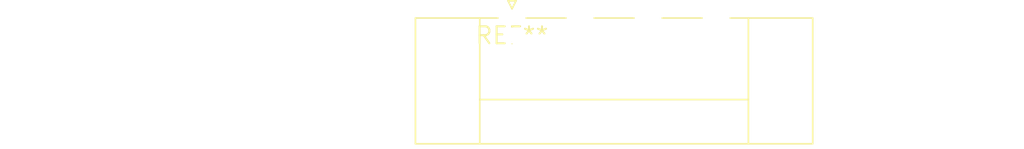
<source format=kicad_pcb>
(kicad_pcb (version 20240108) (generator pcbnew)
  (layers (0 "F.Cu" signal) (31 "B.Cu" signal) (34 "B.Paste" user) (35 "F.Paste" user) (36 "B.SilkS" user "B.Silkscreen") (37 "F.SilkS" user "F.Silkscreen") (38 "B.Mask" user) (39 "F.Mask" user) (44 "Edge.Cuts" user))
  (net 0 "")
  (footprint "PhoenixContact_MC_1,5_4-GF-5.08_1x04_P5.08mm_Horizontal_ThreadedFlange" (layer "F.Cu") (at 0 0)
    (property "Reference" "REF**")
    (property "Value" "PhoenixContact_MC_1,5_4-GF-5.08_1x04_P5.08mm_Horizontal_ThreadedFlange")
    (fp_line (start -7.21 -1.31) (end -7.21 8.11) (layer "F.SilkS") (stroke (width 0.12)))
    (fp_line (start -7.21 -1.31) (end -1.05 -1.31) (layer "F.SilkS") (stroke (width 0.12)))
    (fp_line (start -7.21 8.11) (end 22.45 8.11) (layer "F.SilkS") (stroke (width 0.12)))
    (fp_line (start -2.41 -1.31) (end -2.41 8.11) (layer "F.SilkS") (stroke (width 0.12)))
    (fp_line (start -2.41 4.8) (end 17.65 4.8) (layer "F.SilkS") (stroke (width 0.12)))
    (fp_line (start -0.3 -2.6) (end 0.3 -2.6) (layer "F.SilkS") (stroke (width 0.12)))
    (fp_line (start 0 -2) (end -0.3 -2.6) (layer "F.SilkS") (stroke (width 0.12)))
    (fp_line (start 0.3 -2.6) (end 0 -2) (layer "F.SilkS") (stroke (width 0.12)))
    (fp_line (start 1.05 -1.31) (end 4.03 -1.31) (layer "F.SilkS") (stroke (width 0.12)))
    (fp_line (start 6.13 -1.31) (end 9.11 -1.31) (layer "F.SilkS") (stroke (width 0.12)))
    (fp_line (start 11.21 -1.31) (end 14.19 -1.31) (layer "F.SilkS") (stroke (width 0.12)))
    (fp_line (start 17.65 -1.31) (end 17.65 8.11) (layer "F.SilkS") (stroke (width 0.12)))
    (fp_line (start 22.45 -1.31) (end 16.29 -1.31) (layer "F.SilkS") (stroke (width 0.12)))
    (fp_line (start 22.45 8.11) (end 22.45 -1.31) (layer "F.SilkS") (stroke (width 0.12)))
    (pad "1" thru_hole roundrect (at 0 0) (size 1.8 3.6) (drill 1.2) (layers *.Cu *.Mask) (remove_unused_layers) (roundrect_rratio 0.138889))
    (pad "2" thru_hole oval (at 5.08 0) (size 1.8 3.6) (drill 1.2) (layers *.Cu *.Mask) (remove_unused_layers))
    (pad "3" thru_hole oval (at 10.16 0) (size 1.8 3.6) (drill 1.2) (layers *.Cu *.Mask) (remove_unused_layers))
    (pad "4" thru_hole oval (at 15.24 0) (size 1.8 3.6) (drill 1.2) (layers *.Cu *.Mask) (remove_unused_layers))
  )
)
</source>
